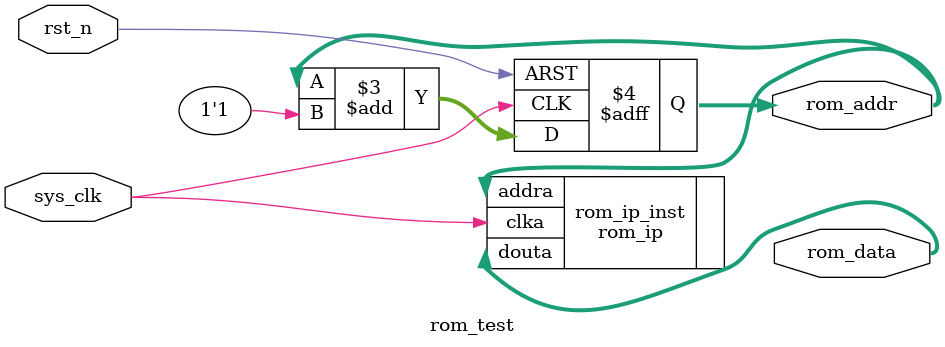
<source format=v>
`timescale 1ns / 1ps

module rom_test(
	input sys_clk,	//50MHzÊ±ÖÓ
	input rst_n,	//¸´Î»£¬µÍµçÆ½ÓÐÐ§
    output wire[7:0] rom_data,	  //ROM¶Á³öÊý¾Ý
    output reg	 [4:0] rom_addr  
    );

//wire [7:0] rom_data;	  //ROM¶Á³öÊý¾Ý
//reg	 [4:0] rom_addr;      //ROMÊäÈëµØÖ· 

//²úÉúROMµØÖ·¶ÁÈ¡Êý¾Ý
always @ (posedge sys_clk or negedge rst_n)
begin
    if(!rst_n)
        rom_addr <= 10'd0;
    else
        rom_addr <= rom_addr+1'b1;
end        
//ÊµÀý»¯ROM
rom_ip rom_ip_inst
(
    .clka   (sys_clk    ),      //inoput clka
    .addra  (rom_addr   ),      //input [4:0] addra
    .douta  (rom_data   )       //output [7:0] douta
);
endmodule
</source>
